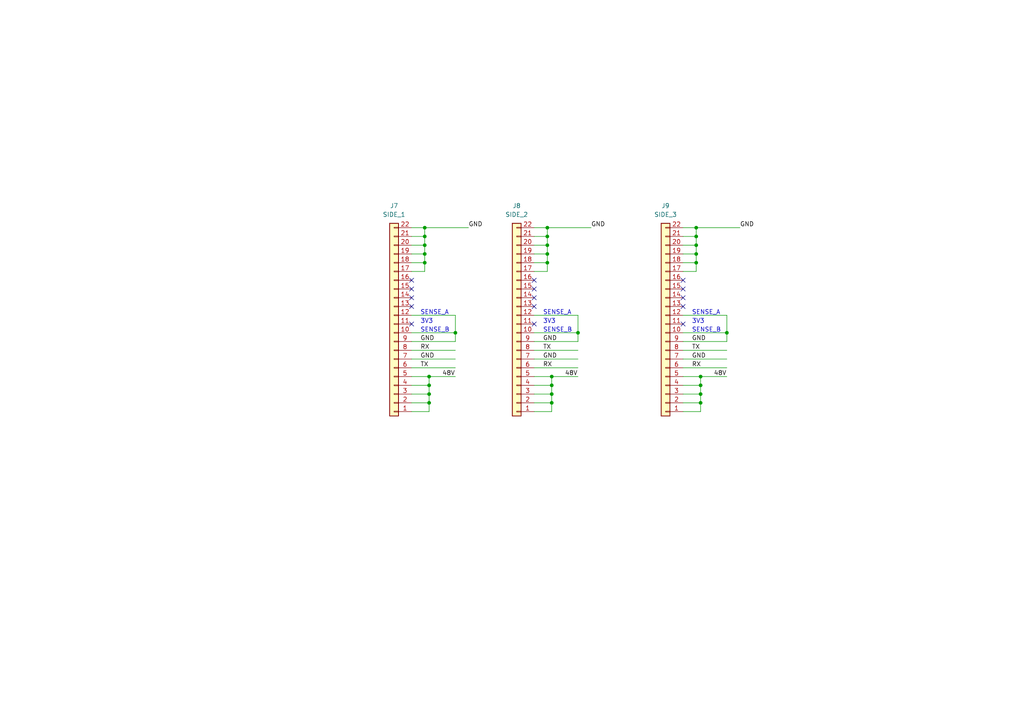
<source format=kicad_sch>
(kicad_sch (version 20230121) (generator eeschema)
  (paper "A4")
  (lib_symbols
    (symbol "Connector_Generic:Conn_01x22" (pin_names (offset 1.016) hide)
      (property "Reference" "J" (at 0 27.94 0))
      (property "Value" "Conn_01x22" (at 0 -30.48 0))
      (symbol "Conn_01x22_1_1"
        (rectangle (start -1.27 -27.813) (end 0 -28.067) (stroke (width 0.1524)))
        (rectangle (start -1.27 -25.273) (end 0 -25.527) (stroke (width 0.1524)))
        (rectangle (start -1.27 -22.733) (end 0 -22.987) (stroke (width 0.1524)))
        (rectangle (start -1.27 -20.193) (end 0 -20.447) (stroke (width 0.1524)))
        (rectangle (start -1.27 -17.653) (end 0 -17.907) (stroke (width 0.1524)))
        (rectangle (start -1.27 -15.113) (end 0 -15.367) (stroke (width 0.1524)))
        (rectangle (start -1.27 -12.573) (end 0 -12.827) (stroke (width 0.1524)))
        (rectangle (start -1.27 -10.033) (end 0 -10.287) (stroke (width 0.1524)))
        (rectangle (start -1.27 -7.493) (end 0 -7.747) (stroke (width 0.1524)))
        (rectangle (start -1.27 -4.953) (end 0 -5.207) (stroke (width 0.1524)))
        (rectangle (start -1.27 -2.413) (end 0 -2.667) (stroke (width 0.1524)))
        (rectangle (start -1.27 0.127) (end 0 -0.127) (stroke (width 0.1524)))
        (rectangle (start -1.27 2.667) (end 0 2.413) (stroke (width 0.1524)))
        (rectangle (start -1.27 5.207) (end 0 4.953) (stroke (width 0.1524)))
        (rectangle (start -1.27 7.747) (end 0 7.493) (stroke (width 0.1524)))
        (rectangle (start -1.27 10.287) (end 0 10.033) (stroke (width 0.1524)))
        (rectangle (start -1.27 12.827) (end 0 12.573) (stroke (width 0.1524)))
        (rectangle (start -1.27 15.367) (end 0 15.113) (stroke (width 0.1524)))
        (rectangle (start -1.27 17.907) (end 0 17.653) (stroke (width 0.1524)))
        (rectangle (start -1.27 20.447) (end 0 20.193) (stroke (width 0.1524)))
        (rectangle (start -1.27 22.987) (end 0 22.733) (stroke (width 0.1524)))
        (rectangle (start -1.27 25.527) (end 0 25.273) (stroke (width 0.1524)))
        (rectangle (start -1.27 26.67) (end 1.27 -29.21) (stroke (width 0.254)) (fill (type background)))
        (pin passive line (at -5.08 25.4 0) (length 3.81) (name "Pin_1") (number "1"))
        (pin passive line (at -5.08 2.54 0) (length 3.81) (name "Pin_10") (number "10"))
        (pin passive line (at -5.08 0 0) (length 3.81) (name "Pin_11") (number "11"))
        (pin passive line (at -5.08 -2.54 0) (length 3.81) (name "Pin_12") (number "12"))
        (pin passive line (at -5.08 -5.08 0) (length 3.81) (name "Pin_13") (number "13"))
        (pin passive line (at -5.08 -7.62 0) (length 3.81) (name "Pin_14") (number "14"))
        (pin passive line (at -5.08 -10.16 0) (length 3.81) (name "Pin_15") (number "15"))
        (pin passive line (at -5.08 -12.7 0) (length 3.81) (name "Pin_16") (number "16"))
        (pin passive line (at -5.08 -15.24 0) (length 3.81) (name "Pin_17") (number "17"))
        (pin passive line (at -5.08 -17.78 0) (length 3.81) (name "Pin_18") (number "18"))
        (pin passive line (at -5.08 -20.32 0) (length 3.81) (name "Pin_19") (number "19"))
        (pin passive line (at -5.08 22.86 0) (length 3.81) (name "Pin_2") (number "2"))
        (pin passive line (at -5.08 -22.86 0) (length 3.81) (name "Pin_20") (number "20"))
        (pin passive line (at -5.08 -25.4 0) (length 3.81) (name "Pin_21") (number "21"))
        (pin passive line (at -5.08 -27.94 0) (length 3.81) (name "Pin_22") (number "22"))
        (pin passive line (at -5.08 20.32 0) (length 3.81) (name "Pin_3") (number "3"))
        (pin passive line (at -5.08 17.78 0) (length 3.81) (name "Pin_4") (number "4"))
        (pin passive line (at -5.08 15.24 0) (length 3.81) (name "Pin_5") (number "5"))
        (pin passive line (at -5.08 12.7 0) (length 3.81) (name "Pin_6") (number "6"))
        (pin passive line (at -5.08 10.16 0) (length 3.81) (name "Pin_7") (number "7"))
        (pin passive line (at -5.08 7.62 0) (length 3.81) (name "Pin_8") (number "8"))
        (pin passive line (at -5.08 5.08 0) (length 3.81) (name "Pin_9") (number "9"))
      )
    )
  )
  (junction (at 160.02 109.22))
  (junction (at 158.75 66.04))
  (junction (at 203.2 114.3))
  (junction (at 124.46 116.84))
  (junction (at 201.93 71.12))
  (junction (at 123.19 71.12))
  (junction (at 124.46 111.76))
  (junction (at 160.02 114.3))
  (junction (at 123.19 73.66))
  (junction (at 160.02 111.76))
  (junction (at 203.2 111.76))
  (junction (at 201.93 76.2))
  (junction (at 201.93 66.04))
  (junction (at 158.75 76.2))
  (junction (at 203.2 109.22))
  (junction (at 124.46 109.22))
  (junction (at 203.2 116.84))
  (junction (at 158.75 71.12))
  (junction (at 123.19 68.58))
  (junction (at 132.08 96.52))
  (junction (at 124.46 114.3))
  (junction (at 201.93 68.58))
  (junction (at 158.75 73.66))
  (junction (at 201.93 73.66))
  (junction (at 158.75 68.58))
  (junction (at 210.82 96.52))
  (junction (at 123.19 76.2))
  (junction (at 167.64 96.52))
  (junction (at 160.02 116.84))
  (junction (at 123.19 66.04))
  (no_connect (at 198.12 81.28))
  (no_connect (at 198.12 86.36))
  (no_connect (at 119.38 93.98))
  (no_connect (at 154.94 93.98))
  (no_connect (at 119.38 83.82))
  (no_connect (at 154.94 86.36))
  (no_connect (at 154.94 88.9))
  (no_connect (at 119.38 86.36))
  (no_connect (at 119.38 81.28))
  (no_connect (at 119.38 88.9))
  (no_connect (at 198.12 88.9))
  (no_connect (at 154.94 83.82))
  (no_connect (at 154.94 81.28))
  (no_connect (at 198.12 83.82))
  (no_connect (at 198.12 93.98))
  (wire (pts (xy 167.64 96.52) (xy 167.64 91.44)))
  (wire (pts (xy 124.46 111.76) (xy 124.46 114.3)))
  (wire (pts (xy 154.94 68.58) (xy 158.75 68.58)))
  (wire (pts (xy 201.93 73.66) (xy 201.93 76.2)))
  (wire (pts (xy 198.12 76.2) (xy 201.93 76.2)))
  (wire (pts (xy 154.94 111.76) (xy 160.02 111.76)))
  (wire (pts (xy 198.12 111.76) (xy 203.2 111.76)))
  (wire (pts (xy 119.38 99.06) (xy 132.08 99.06)))
  (wire (pts (xy 203.2 114.3) (xy 203.2 116.84)))
  (wire (pts (xy 198.12 91.44) (xy 210.82 91.44)))
  (wire (pts (xy 160.02 111.76) (xy 160.02 114.3)))
  (wire (pts (xy 124.46 114.3) (xy 124.46 116.84)))
  (wire (pts (xy 201.93 76.2) (xy 201.93 78.74)))
  (wire (pts (xy 167.64 99.06) (xy 167.64 96.52)))
  (wire (pts (xy 119.38 109.22) (xy 124.46 109.22)))
  (wire (pts (xy 124.46 109.22) (xy 132.08 109.22)))
  (wire (pts (xy 160.02 109.22) (xy 167.64 109.22)))
  (wire (pts (xy 119.38 91.44) (xy 132.08 91.44)))
  (wire (pts (xy 198.12 73.66) (xy 201.93 73.66)))
  (wire (pts (xy 119.38 71.12) (xy 123.19 71.12)))
  (wire (pts (xy 160.02 116.84) (xy 160.02 119.38)))
  (wire (pts (xy 124.46 116.84) (xy 124.46 119.38)))
  (wire (pts (xy 123.19 78.74) (xy 119.38 78.74)))
  (wire (pts (xy 203.2 109.22) (xy 203.2 111.76)))
  (wire (pts (xy 119.38 104.14) (xy 132.08 104.14)))
  (wire (pts (xy 198.12 106.68) (xy 210.82 106.68)))
  (wire (pts (xy 124.46 119.38) (xy 119.38 119.38)))
  (wire (pts (xy 198.12 66.04) (xy 201.93 66.04)))
  (wire (pts (xy 119.38 73.66) (xy 123.19 73.66)))
  (wire (pts (xy 203.2 119.38) (xy 198.12 119.38)))
  (wire (pts (xy 198.12 109.22) (xy 203.2 109.22)))
  (wire (pts (xy 201.93 78.74) (xy 198.12 78.74)))
  (wire (pts (xy 160.02 114.3) (xy 160.02 116.84)))
  (wire (pts (xy 119.38 96.52) (xy 132.08 96.52)))
  (wire (pts (xy 123.19 66.04) (xy 123.19 68.58)))
  (wire (pts (xy 201.93 66.04) (xy 214.63 66.04)))
  (wire (pts (xy 154.94 73.66) (xy 158.75 73.66)))
  (wire (pts (xy 158.75 73.66) (xy 158.75 76.2)))
  (wire (pts (xy 154.94 106.68) (xy 167.64 106.68)))
  (wire (pts (xy 198.12 96.52) (xy 210.82 96.52)))
  (wire (pts (xy 203.2 111.76) (xy 203.2 114.3)))
  (wire (pts (xy 154.94 114.3) (xy 160.02 114.3)))
  (wire (pts (xy 119.38 101.6) (xy 132.08 101.6)))
  (wire (pts (xy 132.08 96.52) (xy 132.08 91.44)))
  (wire (pts (xy 198.12 68.58) (xy 201.93 68.58)))
  (wire (pts (xy 198.12 116.84) (xy 203.2 116.84)))
  (wire (pts (xy 123.19 66.04) (xy 135.89 66.04)))
  (wire (pts (xy 119.38 111.76) (xy 124.46 111.76)))
  (wire (pts (xy 158.75 66.04) (xy 171.45 66.04)))
  (wire (pts (xy 119.38 114.3) (xy 124.46 114.3)))
  (wire (pts (xy 198.12 71.12) (xy 201.93 71.12)))
  (wire (pts (xy 154.94 96.52) (xy 167.64 96.52)))
  (wire (pts (xy 160.02 109.22) (xy 160.02 111.76)))
  (wire (pts (xy 158.75 76.2) (xy 158.75 78.74)))
  (wire (pts (xy 132.08 99.06) (xy 132.08 96.52)))
  (wire (pts (xy 198.12 104.14) (xy 210.82 104.14)))
  (wire (pts (xy 123.19 71.12) (xy 123.19 73.66)))
  (wire (pts (xy 203.2 116.84) (xy 203.2 119.38)))
  (wire (pts (xy 203.2 109.22) (xy 210.82 109.22)))
  (wire (pts (xy 158.75 66.04) (xy 158.75 68.58)))
  (wire (pts (xy 123.19 73.66) (xy 123.19 76.2)))
  (wire (pts (xy 201.93 68.58) (xy 201.93 71.12)))
  (wire (pts (xy 124.46 109.22) (xy 124.46 111.76)))
  (wire (pts (xy 201.93 71.12) (xy 201.93 73.66)))
  (wire (pts (xy 198.12 101.6) (xy 210.82 101.6)))
  (wire (pts (xy 154.94 109.22) (xy 160.02 109.22)))
  (wire (pts (xy 154.94 66.04) (xy 158.75 66.04)))
  (wire (pts (xy 158.75 78.74) (xy 154.94 78.74)))
  (wire (pts (xy 198.12 114.3) (xy 203.2 114.3)))
  (wire (pts (xy 119.38 68.58) (xy 123.19 68.58)))
  (wire (pts (xy 119.38 66.04) (xy 123.19 66.04)))
  (wire (pts (xy 201.93 66.04) (xy 201.93 68.58)))
  (wire (pts (xy 158.75 68.58) (xy 158.75 71.12)))
  (wire (pts (xy 158.75 71.12) (xy 158.75 73.66)))
  (wire (pts (xy 160.02 119.38) (xy 154.94 119.38)))
  (wire (pts (xy 154.94 76.2) (xy 158.75 76.2)))
  (wire (pts (xy 210.82 96.52) (xy 210.82 91.44)))
  (wire (pts (xy 154.94 101.6) (xy 167.64 101.6)))
  (wire (pts (xy 154.94 99.06) (xy 167.64 99.06)))
  (wire (pts (xy 123.19 68.58) (xy 123.19 71.12)))
  (wire (pts (xy 119.38 106.68) (xy 132.08 106.68)))
  (wire (pts (xy 198.12 99.06) (xy 210.82 99.06)))
  (wire (pts (xy 123.19 76.2) (xy 123.19 78.74)))
  (wire (pts (xy 119.38 76.2) (xy 123.19 76.2)))
  (wire (pts (xy 119.38 116.84) (xy 124.46 116.84)))
  (wire (pts (xy 154.94 104.14) (xy 167.64 104.14)))
  (wire (pts (xy 154.94 91.44) (xy 167.64 91.44)))
  (wire (pts (xy 154.94 71.12) (xy 158.75 71.12)))
  (wire (pts (xy 210.82 99.06) (xy 210.82 96.52)))
  (wire (pts (xy 154.94 116.84) (xy 160.02 116.84)))
  (text "SENSE_B" (at 121.92 96.52 0) (effects (font (size 1.27 1.27)) (justify left bottom)))
  (text "SENSE_A" (at 200.66 91.44 0) (effects (font (size 1.27 1.27)) (justify left bottom)))
  (text "SENSE_B" (at 200.66 96.52 0) (effects (font (size 1.27 1.27)) (justify left bottom)))
  (text "SENSE_B" (at 157.48 96.52 0) (effects (font (size 1.27 1.27)) (justify left bottom)))
  (text "3V3" (at 200.66 93.98 0) (effects (font (size 1.27 1.27)) (justify left bottom)))
  (text "3V3" (at 121.92 93.98 0) (effects (font (size 1.27 1.27)) (justify left bottom)))
  (text "3V3" (at 157.48 93.98 0) (effects (font (size 1.27 1.27)) (justify left bottom)))
  (text "SENSE_A" (at 121.92 91.44 0) (effects (font (size 1.27 1.27)) (justify left bottom)))
  (text "SENSE_A" (at 157.48 91.44 0) (effects (font (size 1.27 1.27)) (justify left bottom)))
  (label "GND" (at 200.66 104.14 0))
  (label "GND" (at 157.48 104.14 0))
  (label "48V" (at 207.01 109.22 0))
  (label "GND" (at 171.45 66.04 0))
  (label "48V" (at 128.27 109.22 0))
  (label "GND" (at 135.89 66.04 0))
  (label "GND" (at 157.48 99.06 0))
  (label "TX" (at 121.92 106.68 0))
  (label "48V" (at 163.83 109.22 0))
  (label "TX" (at 157.48 101.6 0))
  (label "GND" (at 200.66 99.06 0))
  (label "GND" (at 214.63 66.04 0))
  (label "RX" (at 121.92 101.6 0))
  (label "GND" (at 121.92 99.06 0))
  (label "GND" (at 121.92 104.14 0))
  (label "TX" (at 200.66 101.6 0))
  (label "RX" (at 200.66 106.68 0))
  (label "RX" (at 157.48 106.68 0))
  (symbol (lib_id "Connector_Generic:Conn_01x22") (at 193.04 93.98 180) (unit 1)
    (property "Reference" "J9" (at 193.04 59.69 0))
    (property "Value" "SIDE_3" (at 193.04 62.23 0))
    (property "Footprint" "Connector_FFC-FPC:Hirose_FH12-22S-0.5SH_1x22-1MP_P0.50mm_Horizontal" (effects hide))
    (property "LCSC" "C576232" (effects hide))
  )
  (symbol (lib_id "Connector_Generic:Conn_01x22") (at 114.3 93.98 180) (unit 1)
    (property "Reference" "J7" (at 114.3 59.69 0))
    (property "Value" "SIDE_1" (at 114.3 62.23 0))
    (property "Footprint" "Connector_FFC-FPC:Hirose_FH12-22S-0.5SH_1x22-1MP_P0.50mm_Horizontal" (effects hide))
    (property "LCSC" "C576232" (effects hide))
  )
  (symbol (lib_id "Connector_Generic:Conn_01x22") (at 149.86 93.98 180) (unit 1)
    (property "Reference" "J8" (at 149.86 59.69 0))
    (property "Value" "SIDE_2" (at 149.86 62.23 0))
    (property "Footprint" "Connector_FFC-FPC:Hirose_FH12-22S-0.5SH_1x22-1MP_P0.50mm_Horizontal" (effects hide))
    (property "LCSC" "C576232" (effects hide))
  )
)
</source>
